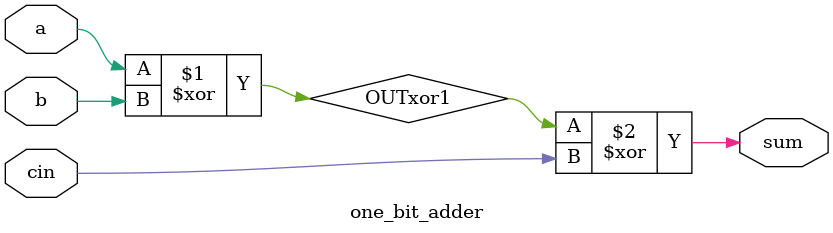
<source format=v>
module one_bit_adder(a, b, cin, sum);
	input a;
	input b;
	input cin;
	output sum;
	wire OUTxor1;
	
	xor xor1(OUTxor1, a, b);
	xor xor2(sum, OUTxor1, cin);
endmodule

</source>
